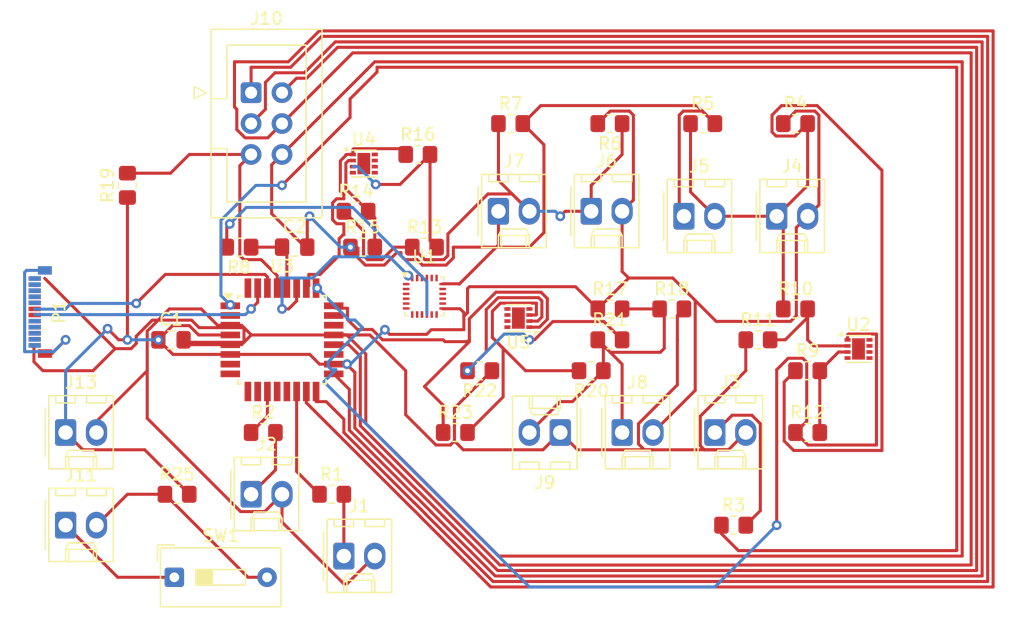
<source format=kicad_pcb>
(kicad_pcb (version 20241229) (generator "pcbnew") (generator_version "9.0")
  (layers (0 "F.Cu" signal) (2 "B.Cu" signal) (13 "F.Paste" user) (15 "B.Paste" user) (5 "F.SilkS" user "F.Silkscreen") (7 "B.SilkS" user "B.Silkscreen") (1 "F.Mask" user) (3 "B.Mask" user) (25 "Edge.Cuts" user))
  (net 0 "")
  (net 1 "+5V")
  (net 2 "GND")
  (net 3 "IMU_OUT")
  (net 4 "Net-(J1-Pin_1)")
  (net 5 "Net-(J2-Pin_1)")
  (net 6 "Net-(J3-Pin_1)")
  (net 7 "V1+")
  (net 8 "V2+")
  (net 9 "V+")
  (net 10 "MISO")
  (net 11 "RST")
  (net 12 "SCK")
  (net 13 "MOSI")
  (net 14 "Net-(U3-PB2)")
  (net 15 "Net-(U3-PD7)")
  (net 16 "Net-(J11-Pin_2)")
  (net 17 "Net-(U1-REGOUT)")
  (net 18 "Net-(U2A-+)")
  (net 19 "Net-(U2A--)")
  (net 20 "Vdiff1")
  (net 21 "Net-(U4A-+)")
  (net 22 "Net-(U4A--)")
  (net 23 "Vdiff2")
  (net 24 "Net-(U5A-+)")
  (net 25 "Net-(U5A--)")
  (net 26 "Vdiff")
  (net 44 "MCU_DL")
  (net 47 "Net-(J11-Pin_1)")
  (net 49 "UART TXD")
  (net 60 "UART RXD")
  (net 61 "Net-(P1-VBUS-PadA4)")
  (net 62 "unconnected-(P1-SHIELD-PadS1)")
  (net 63 "Net-(U3-PD3)")
  (footprint "Resistor_SMD:R_0805_2012Metric_Pad1.20x1.40mm_HandSolder" (layer "F.Cu") (at 126 60.96)
    (property "Reference" "R21")
    (property "Value" "10k")
  )
  (footprint "Connector_Molex:Molex_KK-254_AE-6410-02A_1x02_P2.54mm_Vertical" (layer "F.Cu") (at 81.28 76.2)
    (property "Reference" "J11")
    (property "Value" "SG1")
  )
  (footprint "Connector_Molex:Molex_KK-254_AE-6410-02A_1x02_P2.54mm_Vertical" (layer "F.Cu") (at 127 68.58)
    (property "Reference" "J8")
    (property "Value" "SG1")
  )
  (footprint "Connector_Molex:Molex_KK-254_AE-6410-02A_1x02_P2.54mm_Vertical" (layer "F.Cu") (at 139.7 50.8)
    (property "Reference" "J4")
    (property "Value" "SG3")
  )
  (footprint "Connector_IDC:IDC-Header_2x03_P2.54mm_Vertical" (layer "F.Cu") (at 96.52 40.64)
    (property "Reference" "J10")
    (property "Value" "AVR-ISP-6")
  )
  (footprint "Package_DFN_QFN:DFN-8-1EP_2x2mm_P0.5mm_EP1.05x1.75mm" (layer "F.Cu") (at 105.78 46.47)
    (property "Reference" "U4")
    (property "Value" "LM358_DFN")
  )
  (footprint "Resistor_SMD:R_0805_2012Metric_Pad1.20x1.40mm_HandSolder" (layer "F.Cu") (at 90.44 73.66)
    (property "Reference" "R25")
    (property "Value" "1k")
  )
  (footprint "Resistor_SMD:R_0805_2012Metric_Pad1.20x1.40mm_HandSolder" (layer "F.Cu") (at 136.16 76.2)
    (property "Reference" "R3")
    (property "Value" "1k")
  )
  (footprint "Resistor_SMD:R_0805_2012Metric_Pad1.20x1.40mm_HandSolder" (layer "F.Cu") (at 142.24 68.58)
    (property "Reference" "R12")
    (property "Value" "3.3M")
  )
  (footprint "Capacitor_SMD:C_0805_2012Metric_Pad1.18x1.45mm_HandSolder" (layer "F.Cu") (at 100.0975 53.34)
    (property "Reference" "C2")
    (property "Value" "10u")
  )
  (footprint "Resistor_SMD:R_0805_2012Metric_Pad1.20x1.40mm_HandSolder" (layer "F.Cu") (at 117.84 43.18)
    (property "Reference" "R7")
    (property "Value" "330")
  )
  (footprint "Resistor_SMD:R_0805_2012Metric_Pad1.20x1.40mm_HandSolder" (layer "F.Cu") (at 138.16 60.96)
    (property "Reference" "R11")
    (property "Value" "3.3M")
  )
  (footprint "Sensor_Motion:InvenSense_QFN-24_3x3mm_P0.4mm" (layer "F.Cu") (at 110.76 57.38)
    (property "Reference" "U1")
    (property "Value" "ICM-20948")
  )
  (footprint "Connector_Molex:Molex_KK-254_AE-6410-02A_1x02_P2.54mm_Vertical" (layer "F.Cu") (at 96.52 73.66)
    (property "Reference" "J2")
    (property "Value" "LED")
  )
  (footprint "Resistor_SMD:R_0805_2012Metric_Pad1.20x1.40mm_HandSolder" (layer "F.Cu") (at 115.3 63.5 180)
    (property "Reference" "R22")
    (property "Value" "3.3M")
  )
  (footprint "Connector_Molex:Molex_KK-254_AE-6410-02A_1x02_P2.54mm_Vertical" (layer "F.Cu") (at 116.84 50.39)
    (property "Reference" "J7")
    (property "Value" "SG6")
  )
  (footprint "Connector_Molex:Molex_KK-254_AE-6410-02A_1x02_P2.54mm_Vertical" (layer "F.Cu") (at 81.28 68.58)
    (property "Reference" "J13")
    (property "Value" "LED")
  )
  (footprint "Resistor_SMD:R_0805_2012Metric_Pad1.20x1.40mm_HandSolder" (layer "F.Cu") (at 113.3 68.58)
    (property "Reference" "R23")
    (property "Value" "3.3M")
  )
  (footprint "Resistor_SMD:R_0805_2012Metric_Pad1.20x1.40mm_HandSolder" (layer "F.Cu") (at 141.24 58.42)
    (property "Reference" "R10")
    (property "Value" "10k")
  )
  (footprint "Connector_USB:USB_C_Plug_Molex_105444" (layer "F.Cu") (at 78.7 58.67 90)
    (property "Reference" "P1")
    (property "Value" "USB_C_Plug_USB2.0")
  )
  (footprint "Connector_Molex:Molex_KK-254_AE-6410-02A_1x02_P2.54mm_Vertical" (layer "F.Cu") (at 121.92 68.58 180)
    (property "Reference" "J9")
    (property "Value" "SG2")
  )
  (footprint "Capacitor_SMD:C_0805_2012Metric_Pad1.18x1.45mm_HandSolder" (layer "F.Cu") (at 89.9375 60.96)
    (property "Reference" "C1")
    (property "Value" "1uF")
  )
  (footprint "Resistor_SMD:R_0805_2012Metric_Pad1.20x1.40mm_HandSolder" (layer "F.Cu") (at 131.08 58.42)
    (property "Reference" "R18")
    (property "Value" "330")
  )
  (footprint "Button_Switch_THT:SW_DIP_SPSTx01_Slide_9.78x4.72mm_W7.62mm_P2.54mm" (layer "F.Cu") (at 90.2125 80.485)
    (property "Reference" "SW1")
    (property "Value" "SW_SPST")
  )
  (footprint "Package_DFN_QFN:DFN-8-1EP_2x2mm_P0.5mm_EP1.05x1.75mm" (layer "F.Cu") (at 118.48 59.17 180)
    (property "Reference" "U5")
    (property "Value" "LM358_DFN")
  )
  (footprint "Resistor_SMD:R_0805_2012Metric_Pad1.20x1.40mm_HandSolder" (layer "F.Cu") (at 105.14 50.39)
    (property "Reference" "R14")
    (property "Value" "10k")
  )
  (footprint "Connector_Molex:Molex_KK-254_AE-6410-02A_1x02_P2.54mm_Vertical" (layer "F.Cu") (at 124.46 50.39)
    (property "Reference" "J6")
    (property "Value" "SG5")
  )
  (footprint "Connector_Molex:Molex_KK-254_AE-6410-02A_1x02_P2.54mm_Vertical" (layer "F.Cu") (at 132.08 50.8)
    (property "Reference" "J5")
    (property "Value" "SG4")
  )
  (footprint "Resistor_SMD:R_0805_2012Metric_Pad1.20x1.40mm_HandSolder" (layer "F.Cu") (at 110.22 45.72)
    (property "Reference" "R16")
    (property "Value" "3.3M")
  )
  (footprint "Package_DFN_QFN:DFN-8-1EP_2x2mm_P0.5mm_EP1.05x1.75mm" (layer "F.Cu") (at 146.42 61.71)
    (property "Reference" "U2")
    (property "Value" "LM358_DFN")
  )
  (footprint "Resistor_SMD:R_0805_2012Metric_Pad1.20x1.40mm_HandSolder" (layer "F.Cu") (at 126 58.42)
    (property "Reference" "R17")
    (property "Value" "330")
  )
  (footprint "Resistor_SMD:R_0805_2012Metric_Pad1.20x1.40mm_HandSolder" (layer "F.Cu") (at 126 43.18 180)
    (property "Reference" "R6")
    (property "Value" "330")
  )
  (footprint "Resistor_SMD:R_0805_2012Metric_Pad1.20x1.40mm_HandSolder" (layer "F.Cu") (at 142.24 63.5)
    (property "Reference" "R9")
    (property "Value" "10k")
  )
  (footprint "Resistor_SMD:R_0805_2012Metric_Pad1.20x1.40mm_HandSolder" (layer "F.Cu") (at 103.14 73.66)
    (property "Reference" "R1")
    (property "Value" "1k")
  )
  (footprint "Resistor_SMD:R_0805_2012Metric_Pad1.20x1.40mm_HandSolder" (layer "F.Cu") (at 141.24 43.18)
    (property "Reference" "R4")
    (property "Value" "330")
  )
  (footprint "Resistor_SMD:R_0805_2012Metric_Pad1.20x1.40mm_HandSolder" (layer "F.Cu") (at 97.52 68.58)
    (property "Reference" "R2")
    (property "Value" "1k")
  )
  (footprint "Connector_Molex:Molex_KK-254_AE-6410-02A_1x02_P2.54mm_Vertical" (layer "F.Cu") (at 104.14 78.74)
    (property "Reference" "J1")
    (property "Value" "LED")
  )
  (footprint "Connector_Molex:Molex_KK-254_AE-6410-02A_1x02_P2.54mm_Vertical" (layer "F.Cu") (at 134.62 68.58)
    (property "Reference" "J3")
    (property "Value" "LED")
  )
  (footprint "Resistor_SMD:R_0805_2012Metric_Pad1.20x1.40mm_HandSolder" (layer "F.Cu") (at 133.62 43.18)
    (property "Reference" "R5")
    (property "Value" "330")
  )
  (footprint "Package_QFP:TQFP-32_7x7mm_P0.8mm" (layer "F.Cu") (at 99.06 60.96)
    (property "Reference" "U3")
    (property "Value" "ATmega328P-A")
  )
  (footprint "Resistor_SMD:R_0805_2012Metric_Pad1.20x1.40mm_HandSolder" (layer "F.Cu") (at 86.36 48.26 90)
    (property "Reference" "R19")
    (property "Value" "10k")
  )
  (footprint "Resistor_SMD:R_0805_2012Metric_Pad1.20x1.40mm_HandSolder" (layer "F.Cu") (at 105.68 53.34)
    (property "Reference" "R15")
    (property "Value" "3.3M")
  )
  (footprint "Resistor_SMD:R_0805_2012Metric_Pad1.20x1.40mm_HandSolder" (layer "F.Cu") (at 124.46 63.5 180)
    (property "Reference" "R20")
    (property "Value" "10k")
  )
  (footprint "Resistor_SMD:R_0805_2012Metric_Pad1.20x1.40mm_HandSolder" (layer "F.Cu") (at 110.76 53.34)
    (property "Reference" "R13")
    (property "Value" "10k")
  )
  (footprint "Resistor_SMD:R_0805_2012Metric_Pad1.20x1.40mm_HandSolder" (layer "F.Cu") (at 95.52 53.34 180)
    (property "Reference" "R8")
    (property "Value" "3k")
  )
  (segment (start 110.93913 60.509) (end 107.892116 60.509) (width 0.25) (layer "F.Cu") (net 1))
  (segment (start 82.701 70.001) (end 87.781 70.001) (width 0.25) (layer "F.Cu") (net 1))
  (segment (start 88.9 60.96) (end 90.1 62.16) (width 0.25) (layer "F.Cu") (net 1))
  (segment (start 113.999 59.03557) (end 113.999 58.721) (width 0.25) (layer "F.Cu") (net 1))
  (segment (start 86.36 49.26) (end 86.36 60.96) (width 0.25) (layer "F.Cu") (net 1))
  (segment (start 127.54 55.88) (end 125 58.42) (width 0.25) (layer "F.Cu") (net 1))
  (segment (start 101.082704 39.453) (end 100.247 39.453) (width 0.25) (layer "F.Cu") (net 1))
  (segment (start 141.314 51.726) (end 141.314 58.967514) (width 0.25) (layer "F.Cu") (net 1))
  (segment (start 111.319688 60.128442) (end 110.93913 60.509) (width 0.25) (layer "F.Cu") (net 1))
  (segment (start 127 55.34) (end 127.54 55.88) (width 0.25) (layer "F.Cu") (net 1))
  (segment (start 142.835514 42.154) (end 141.266 42.154) (width 0.25) (layer "F.Cu") (net 1))
  (segment (start 81.28 68.58) (end 82.701 70.001) (width 0.25) (layer "F.Cu") (net 1))
  (segment (start 110.26243 73.426) (end 110.275829 73.426) (width 0.25) (layer "F.Cu") (net 1))
  (segment (start 141.266 42.154) (end 140.24 43.18) (width 0.25) (layer "F.Cu") (net 1))
  (segment (start 105.042 63.642) (end 105.042 68.20557) (width 0.25) (layer "F.Cu") (net 1))
  (segment (start 133.006 57.724486) (end 131.161514 55.88) (width 0.25) (layer "F.Cu") (net 1))
  (segment (start 133.006 65.114) (end 133.006 57.724486) (width 0.25) (layer "F.Cu") (net 1))
  (segment (start 86.36 60.96) (end 85.647306 60.96) (width 0.25) (layer "F.Cu") (net 1))
  (segment (start 101.34 62.16) (end 94.81 62.16) (width 0.25) (layer "F.Cu") (net 1))
  (segment (start 114.45713 56.591) (end 114.3 56.74813) (width 0.25) (layer "F.Cu") (net 1))
  (segment (start 127.926 49.464) (end 127.926 42.484486) (width 0.25) (layer "F.Cu") (net 1))
  (segment (start 142.24 50.8) (end 143.166 49.874) (width 0.25) (layer "F.Cu") (net 1))
  (segment (start 87.781 70.001) (end 91.44 73.66) (width 0.25) (layer "F.Cu") (net 1))
  (segment (start 113.999 60.128442) (end 111.319688 60.128442) (width 0.25) (layer "F.Cu") (net 1))
  (segment (start 114.3 56.74813) (end 114.3 58.73457) (width 0.25) (layer "F.Cu") (net 1))
  (segment (start 103.31 62.96) (end 104.36 62.96) (width 0.25) (layer "F.Cu") (net 1))
  (segment (start 110.275829 73.426) (end 116.776829 79.927) (width 0.25) (layer "F.Cu") (net 1))
  (segment (start 113.999 59.03557) (end 113.999 60.128442) (width 0.25) (layer "F.Cu") (net 1))
  (segment (start 127 50.39) (end 127 55.34) (width 0.25) (layer "F.Cu") (net 1))
  (segment (start 131.161514 55.88) (end 127.54 55.88) (width 0.25) (layer "F.Cu") (net 1))
  (segment (start 107.892116 60.509) (end 107.511558 60.128442) (width 0.25) (layer "F.Cu") (net 1))
  (segment (start 156.127 36.913) (end 103.622704 36.913) (width 0.25) (layer "F.Cu") (net 1))
  (segment (start 127.595514 42.154) (end 126.026 42.154) (width 0.25) (layer "F.Cu") (net 1))
  (segment (start 127 50.39) (end 127.926 49.464) (width 0.25) (layer "F.Cu") (net 1))
  (segment (start 94.81 60.56) (end 92.209014 60.56) (width 0.25) (layer "F.Cu") (net 1))
  (segment (start 90.1 62.16) (end 94.81 62.16) (width 0.25) (layer "F.Cu") (net 1))
  (segment (start 134.727514 59.446) (end 133.006 57.724486) (width 0.25) (layer "F.Cu") (net 1))
  (segment (start 141.314 58.967514) (end 140.835514 59.446) (width 0.25) (layer "F.Cu") (net 1))
  (segment (start 85.647306 60.96) (end 84.733653 60.046347) (width 0.25) (layer "F.Cu") (net 1))
  (segment (start 102.14 62.96) (end 101.34 62.16) (width 0.25) (layer "F.Cu") (net 1))
  (segment (start 142.24 50.8) (end 141.314 51.726) (width 0.25) (layer "F.Cu") (net 1))
  (segment (start 100.247 39.453) (end 99.06 40.64) (width 0.25) (layer "F.Cu") (net 1))
  (segment (start 103.31 62.96) (end 102.14 62.96) (width 0.25) (layer "F.Cu") (net 1))
  (segment (start 123.171 56.591) (end 114.45713 56.591) (width 0.25) (layer "F.Cu") (net 1))
  (segment (start 113.684 58.406) (end 112.26 58.406) (width 0.25) (layer "F.Cu") (net 1))
  (segment (start 91.44 59.790986) (end 90.069014 59.790986) (width 0.25) (layer "F.Cu") (net 1))
  (segment (start 114.3 58.73457) (end 113.999 59.03557) (width 0.25) (layer "F.Cu") (net 1))
  (segment (start 127.926 42.484486) (end 127.595514 42.154) (width 0.25) (layer "F.Cu") (net 1))
  (segment (start 92.209014 60.56) (end 91.44 59.790986) (width 0.25) (layer "F.Cu") (net 1))
  (segment (start 103.622704 36.913) (end 101.082704 39.453) (width 0.25) (layer "F.Cu") (net 1))
  (segment (start 126.026 42.154) (end 125 43.18) (width 0.25) (layer "F.Cu") (net 1))
  (segment (start 156.127 79.927) (end 156.127 36.913) (width 0.25) (layer "F.Cu") (net 1))
  (segment (start 129.54 68.58) (end 133.006 65.114) (width 0.25) (layer "F.Cu") (net 1))
  (segment (start 116.776829 79.927) (end 156.127 79.927) (width 0.25) (layer "F.Cu") (net 1))
  (segment (start 113.999 58.721) (end 113.684 58.406) (width 0.25) (layer "F.Cu") (net 1))
  (segment (start 105.042 68.20557) (end 110.26243 73.426) (width 0.25) (layer "F.Cu") (net 1))
  (segment (start 143.166 49.874) (end 143.166 42.484486) (width 0.25) (layer "F.Cu") (net 1))
  (segment (start 143.166 42.484486) (end 142.835514 42.154) (width 0.25) (layer "F.Cu") (net 1))
  (segment (start 125 58.42) (end 123.171 56.591) (width 0.25) (layer "F.Cu") (net 1))
  (segment (start 90.069014 59.790986) (end 88.9 60.96) (width 0.25) (layer "F.Cu") (net 1))
  (segment (start 140.835514 59.446) (end 134.727514 59.446) (width 0.25) (layer "F.Cu") (net 1))
  (segment (start 104.36 62.96) (end 105.042 63.642) (width 0.25) (layer "F.Cu") (net 1))
  (via (at 88.9 60.96) (size 0.8) (drill 0.4) (layers "F.Cu" "B.Cu") (net 1))
  (via (at 84.733653 60.046347) (size 0.8) (drill 0.4) (layers "F.Cu" "B.Cu") (net 1))
  (via (at 86.36 60.96) (size 0.8) (drill 0.4) (layers "F.Cu" "B.Cu") (net 1))
  (via (at 104.400474 62.959999) (size 0.8) (drill 0.4) (layers "F.Cu" "B.Cu") (net 1))
  (via (at 107.511558 60.128442) (size 0.8) (drill 0.4) (layers "F.Cu" "B.Cu") (net 1))
  (segment (start 84.733653 60.046347) (end 81.28 63.5) (width 0.25) (layer "B.Cu") (net 1))
  (segment (start 86.36 60.96) (end 88.9 60.96) (width 0.25) (layer "B.Cu") (net 1))
  (segment (start 107.511558 60.128442) (end 104.680001 62.959999) (width 0.25) (layer "B.Cu") (net 1))
  (segment (start 104.680001 62.959999) (end 104.400474 62.959999) (width 0.25) (layer "B.Cu") (net 1))
  (segment (start 81.28 63.5) (end 81.28 68.58) (width 0.25) (layer "B.Cu") (net 1))
  (segment (start 98.21 46.57) (end 99.06 45.72) (width 0.25) (layer "F.Cu") (net 2))
  (segment (start 113.61922 56.38) (end 113.59322 56.354) (width 0.25) (layer "F.Cu") (net 2))
  (segment (start 85.348 61.686) (end 83.534 63.5) (width 0.25) (layer "F.Cu") (net 2))
  (segment (start 104.72681 60.909) (end 104.37781 60.56) (width 0.25) (layer "F.Cu") (net 2))
  (segment (start 104.72681 60.909) (end 105.944 62.12619) (width 0.25) (layer "F.Cu") (net 2))
  (segment (start 108.834 53.791) (end 108.488324 53.791) (width 0.25) (layer "F.Cu") (net 2))
  (segment (start 105.897676 54.817) (end 105.303 54.222324) (width 0.25) (layer "F.Cu") (net 2))
  (segment (start 99.06 73.66) (end 97.639 75.081) (width 0.25) (layer "F.Cu") (net 2))
  (segment (start 137.16 63.5) (end 133.424 67.236) (width 0.25) (layer "F.Cu") (net 2))
  (segment (start 87.086 60.65928) (end 87.086 61.26072) (width 0.25) (layer "F.Cu") (net 2))
  (segment (start 133.594 42.154) (end 132.024486 42.154) (width 0.25) (layer "F.Cu") (net 2))
  (segment (start 134.62 43.18) (end 133.594 42.154) (width 0.25) (layer "F.Cu") (net 2))
  (segment (start 128.344 67.859601) (end 128.344 69.522514) (width 0.25) (layer "F.Cu") (net 2))
  (segment (start 134.62 43.18) (end 133.143 41.703) (width 0.25) (layer "F.Cu") (net 2))
  (segment (start 100.96219 53.34) (end 98.21 50.58781) (width 0.25) (layer "F.Cu") (net 2))
  (segment (start 83.82 67.6665) (end 83.82 68.58) (width 0.25) (layer "F.Cu") (net 2))
  (segment (start 95.936 59.959) (end 92.245824 59.959) (width 0.25) (layer "F.Cu") (net 2))
  (segment (start 94.81 61.36) (end 95.737 61.36) (width 0.25) (layer "F.Cu") (net 2))
  (segment (start 90.975 60.96) (end 91.176 61.161) (width 0.25) (layer "F.Cu") (net 2))
  (segment (start 99.06 75.946514) (end 104.14 81.026514) (width 0.25) (layer "F.Cu") (net 2))
  (segment (start 95.737 59.76) (end 96.537 60.56) (width 0.25) (layer "F.Cu") (net 2))
  (segment (start 113.226 69.275514) (end 113.951486 70.001) (width 0.25) (layer "F.Cu") (net 2))
  (segment (start 112.895514 69.606) (end 111.704486 69.606) (width 0.25) (layer "F.Cu") (net 2))
  (segment (start 104.68 54.04) (end 104.68 53.34) (width 0.25) (layer "F.Cu") (net 2))
  (segment (start 104.37781 60.56) (end 104.14 60.56) (width 0.25) (layer "F.Cu") (net 2))
  (segment (start 133.754486 70.001) (end 135.739 70.001) (width 0.25) (layer "F.Cu") (net 2))
  (segment (start 78.679 62.766) (end 78.679 61.436) (width 0.25) (layer "F.Cu") (net 2))
  (segment (start 109.22 67.121514) (end 109.22 63.5) (width 0.25) (layer "F.Cu") (net 2))
  (segment (start 92.42 58.42) (end 93.76 59.76) (width 0.25) (layer "F.Cu") (net 2))
  (segment (start 106.68 38.1) (end 99.06 45.72) (width 0.25) (layer "F.Cu") (net 2))
  (segment (start 87.086 61.26072) (end 86.66072 61.686) (width 0.25) (layer "F.Cu") (net 2))
  (segment (start 131.54 60.96) (end 131.54 64.663601) (width 0.25) (layer "F.Cu") (net 2))
  (segment (start 101.135 53.34) (end 101.135 50.9885) (width 0.25) (layer "F.Cu") (net 2))
  (segment (start 120.576 52.144) (end 119.38 53.34) (width 0.25) (layer "F.Cu") (net 2))
  (segment (start 116.65922 53.34) (end 113.61922 56.38) (width 0.25) (layer "F.Cu") (net 2))
  (segment (start 133.424 69.670514) (end 133.754486 70.001) (width 0.25) (layer "F.Cu") (net 2))
  (segment (start 113.137 54.222324) (end 112.542324 54.817) (width 0.25) (layer "F.Cu") (net 2))
  (segment (start 83.534 63.5) (end 79.413 63.5) (width 0.25) (layer "F.Cu") (net 2))
  (segment (start 95.654486 75.081) (end 87.9865 67.413014) (width 0.25) (layer "F.Cu") (net 2))
  (segment (start 101.135 53.34) (end 100.96219 53.34) (width 0.25) (layer "F.Cu") (net 2))
  (segment (start 131.54 64.663601) (end 128.344 67.859601) (width 0.25) (layer "F.Cu") (net 2))
  (segment (start 113.226 66.574) (end 113.226 69.275514) (width 0.25) (layer "F.Cu") (net 2))
  (segment (start 91.176 61.161) (end 95.936 61.161) (width 0.25) (layer "F.Cu") (net 2))
  (segment (start 131.54 58.96) (end 132.08 58.42) (width 0.25) (layer "F.Cu") (net 2))
  (segment (start 103.31 60.56) (end 104.14 60.56) (width 0.25) (layer "F.Cu") (net 2))
  (segment (start 91.62681 59.339986) (end 88.405294 59.339986) (width 0.25) (layer "F.Cu") (net 2))
  (segment (start 120.576 44.916) (end 120.576 52.144) (width 0.25) (layer "F.Cu") (net 2))
  (segment (start 99.06 73.66) (end 99.06 75.946514) (width 0.25) (layer "F.Cu") (net 2))
  (segment (start 87.9865 60.239486) (end 89.805986 58.42) (width 0.25) (layer "F.Cu") (net 2))
  (segment (start 121.92 68.58) (end 123.341 70.001) (width 0.25) (layer "F.Cu") (net 2))
  (segment (start 79.413 63.5) (end 78.679 62.766) (width 0.25) (layer "F.Cu") (net 2))
  (segment (start 110.14819 54.366) (end 109.164486 54.366) (width 0.25) (layer "F.Cu") (net 2))
  (segment (start 111.704486 69.606) (end 109.22 67.121514) (width 0.25) (layer "F.Cu") (net 2))
  (segment (start 137.16 60.96) (end 137.16 63.5) (width 0.25) (layer "F.Cu") (net 2))
  (segment (start 119.38 53.34) (end 116.65922 53.34) (width 0.25) (layer "F.Cu") (net 2))
  (segment (start 92.245824 59.959) (end 91.62681 59.339986) (width 0.25) (layer "F.Cu") (net 2))
  (segment (start 107.956025 69.843975) (end 107.969424 69.843975) (width 0.25) (layer "F.Cu") (net 2))
  (segment (start 104.393486 81.026514) (end 106.68 78.74) (width 0.25) (layer "F.Cu") (net 2))
  (segment (start 108.488324 53.791) (end 107.462324 54.817) (width 0.25) (layer "F.Cu") (net 2))
  (segment (start 87.9865 67.413014) (end 87.9865 63.5) (width 0.25) (layer "F.Cu") (net 2))
  (segment (start 105.944 67.83195) (end 107.956025 69.843975) (width 0.25) (layer "F.Cu") (net 2))
  (segment (start 105.303 53.417) (end 104.68 54.04) (width 0.25) (layer "F.Cu") (net 2))
  (segment (start 88.405294 59.339986) (end 87.086 60.65928) (width 0.25) (layer "F.Cu") (net 2))
  (segment (start 90.975 60.96) (end 91.375 61.36) (width 0.25) (layer "F.Cu") (net 2))
  (segment (start 89.805986 58.42) (end 92.42 58.42) (width 0.25) (layer "F.Cu") (net 2))
  (segment (start 113.042725 74.917276) (end 114.312725 76.187276) (width 0.25) (layer "F.Cu") (net 2))
  (segment (start 85.348 61.686) (end 79.566 55.904) (width 0.25) (layer "F.Cu") (net 2))
  (segment (start 113.59322 56.354) (end 112.26 56.354) (width 0.25) (layer "F.Cu") (net 2))
  (segment (start 107.462324 54.817) (end 105.897676 54.817) (width 0.25) (layer "F.Cu") (net 2))
  (segment (start 110.59919 54.817) (end 110.14819 54.366) (width 0.25) (layer "F.Cu") (net 2))
  (segment (start 116.65922 53.34) (end 113.137 53.34) (width 0.25) (layer "F.Cu") (net 2))
  (segment (start 116.84 50.39) (end 116.84 53.15922) (width 0.25) (layer "F.Cu") (net 2))
  (segment (start 109.164486 54.366) (end 108.834 54.035514) (width 0.25) (layer "F.Cu") (net 2))
  (segment (start 107.956025 69.843975) (end 110.63605 72.524) (width 0.25) (layer "F.Cu") (net 2))
  (segment (start 97.639 75.081) (end 95.654486 75.081) (width 0.25) (layer "F.Cu") (net 2))
  (segment (start 154.94 78.74) (end 154.94 38.1) (width 0.25) (layer "F.Cu") (net 2))
  (segment (start 131.694 50.414) (end 132.08 50.8) (width 0.25) (layer "F.Cu") (net 2))
  (segment (start 112.542324 54.817) (end 110.59919 54.817) (width 0.25) (layer "F.Cu") (net 2))
  (segment (start 131.694 42.484486) (end 131.694 50.414) (width 0.25) (layer "F.Cu") (net 2))
  (segment (start 95.936 61.161) (end 95.936 59.959) (width 0.25) (layer "F.Cu") (net 2))
  (segment (start 133.424 67.236) (end 133.424 69.670514) (width 0.25) (layer "F.Cu") (net 2))
  (segment (start 98.21 50.58781) (end 98.21 46.57) (width 0.25) (layer "F.Cu") (net 2))
  (segment (start 116.865449 78.74) (end 154.94 78.74) (width 0.25) (layer "F.Cu") (net 2))
  (segment (start 96.537 60.56) (end 103.31 60.56) (width 0.25) (layer "F.Cu") (net 2))
  (segment (start 101.135 50.9885) (end 101.3235 50.8) (width 0.25) (layer "F.Cu") (net 2))
  (segment (start 120.499 70.001) (end 121.92 68.58) (width 0.25) (layer "F.Cu") (net 2))
  (segment (start 131.54 60.96) (end 131.54 58.96) (width 0.25) (layer "F.Cu") (net 2))
  (segment (start 104.14 60.56) (end 106.28 60.56) (width 0.25) (layer "F.Cu") (net 2))
  (segment (start 120.317 41.703) (end 118.84 43.18) (width 0.25) (layer "F.Cu") (net 2))
  (segment (start 105.944 62.12619) (end 105.944 67.83195) (width 0.25) (layer "F.Cu") (net 2))
  (segment (start 106.28 60.56) (end 109.22 63.5) (width 0.25) (layer "F.Cu") (net 2))
  (segment (start 105.303 54.222324) (end 105.303 53.417) (width 0.25) (layer "F.Cu") (net 2))
  (segment (start 128.822486 70.001) (end 129.54 70.001) (width 0.25) (layer "F.Cu") (net 2))
  (segment (start 86.66072 61.686) (end 85.348 61.686) (width 0.25) (layer "F.Cu") (net 2))
  (segment (start 110.63605 72.524) (end 110.649449 72.524) (width 0.25) (layer "F.Cu") (net 2))
  (segment (start 104.14 81.026514) (end 104.393486 81.026514) (width 0.25) (layer "F.Cu") (net 2))
  (segment (start 128.344 69.522514) (end 128.822486 70.001) (width 0.25) (layer "F.Cu") (net 2))
  (segment (start 110.649449 72.524) (end 116.865449 78.74) (width 0.25) (layer "F.Cu") (net 2))
  (segment (start 91.375 61.36) (end 94.81 61.36) (width 0.25) (layer "F.Cu") (net 2))
  (segment (start 93.76 59.76) (end 94.81 59.76) (width 0.25) (layer "F.Cu") (net 2))
  (segment (start 116.84 53.15922) (end 116.65922 53.34) (width 0.25) (layer "F.Cu") (net 2))
  (segment (start 116.3 63.5) (end 113.226 66.574) (width 0.25) (layer "F.Cu") (net 2))
  (segment (start 135.739 70.001) (end 137.16 68.58) (width 0.25) (layer "F.Cu") (net 2))
  (segment (start 95.737 61.36) (end 96.537 60.56) (width 0.25) (layer "F.Cu") (net 2))
  (segment (start 108.834 54.035514) (end 108.834 53.791) (width 0.25) (layer "F.Cu") (net 2))
  (segment (start 154.94 38.1) (end 106.68 38.1) (width 0.25) (layer "F.Cu") (net 2))
  (segment (start 107.969424 69.843975) (end 113.042725 74.917276) (width 0.25) (layer "F.Cu") (net 2))
  (segment (start 94.81 59.76) (end 95.737 59.76) (width 0.25) (layer "F.Cu") (net 2))
  (segment (start 87.9865 63.5) (end 87.9865 60.239486) (width 0.25) (layer "F.Cu") (net 2))
  (segment (start 118.84 43.18) (end 120.576 44.916) (width 0.25) (layer "F.Cu") (net 2))
  (segment (start 129.54 70.001) (end 135.739 70.001) (width 0.25) (layer "F.Cu") (net 2))
  (segment (start 113.226 69.275514) (end 112.895514 69.606) (width 0.25) (layer "F.Cu") (net 2))
  (segment (start 132.024486 42.154) (end 131.694 42.484486) (width 0.25) (layer "F.Cu") (net 2))
  (segment (start 123.341 70.001) (end 129.54 70.001) (width 0.25) (layer "F.Cu") (net 2))
  (segment (start 113.137 53.34) (end 113.137 54.222324) (width 0.25) (layer "F.Cu") (net 2))
  (segment (start 87.9865 63.5) (end 83.82 67.6665) (width 0.25) (layer "F.Cu") (net 2))
  (segment (start 113.951486 70.001) (end 114.3 70.001) (width 0.25) (layer "F.Cu") (net 2))
  (segment (start 114.3 70.001) (end 120.499 70.001) (width 0.25) (layer "F.Cu") (net 2))
  (segment (start 103.31 60.56) (end 104.37781 60.56) (width 0.25) (layer "F.Cu") (net 2))
  (segment (start 133.143 41.703) (end 120.317 41.703) (width 0.25) (layer "F.Cu") (net 2))
  (via (at 101.3235 50.8) (size 0.8) (drill 0.4) (layers "F.Cu" "B.Cu") (net 2))
  (via (at 104.68 53.34) (size 0.8) (drill 0.4) (layers "F.Cu" "B.Cu") (net 2))
  (segment (start 101.3235 50.8) (end 103.8635 53.34) (width 0.25) (layer "B.Cu") (net 2))
  (segment (start 103.8635 53.34) (end 104.68 53.34) (width 0.25) (layer "B.Cu") (net 2))
  (segment (start 99.06 53.34) (end 96.52 53.34) (width 0.25) (layer "F.Cu") (net 3))
  (segment (start 99.06 53.34) (end 99.46 53.74) (width 0.25) (layer "F.Cu") (net 3))
  (segment (start 99.46 53.74) (end 99.46 56.71) (width 0.25) (layer "F.Cu") (net 3))
  (segment (start 104.14 73.66) (end 104.14 78.74) (width 0.25) (layer "F.Cu") (net 4))
  (segment (start 98.52 71.66) (end 96.52 73.66) (width 0.25) (layer "F.Cu") (net 5))
  (segment (start 98.52 68.58) (end 98.52 71.66) (width 0.25) (layer "F.Cu") (net 5))
  (segment (start 137.16 76.2) (end 138.356 75.004) (width 0.25) (layer "F.Cu") (net 6))
  (segment (start 137.655399 67.159) (end 136.041 67.159) (width 0.25) (layer "F.Cu") (net 6))
  (segment (start 138.356 67.859601) (end 137.655399 67.159) (width 0.25) (layer "F.Cu") (net 6))
  (segment (start 136.041 67.159) (end 134.62 68.58) (width 0.25) (layer "F.Cu") (net 6))
  (segment (start 138.356 75.004) (end 138.356 67.859601) (width 0.25) (layer "F.Cu") (net 6))
  (segment (start 140.24 51.34) (end 139.7 50.8) (width 0.25) (layer "F.Cu") (net 7))
  (segment (start 139.314 43.875514) (end 139.644486 44.206) (width 0.25) (layer "F.Cu") (net 7))
  (segment (start 140.095486 41.703) (end 139.314 42.484486) (width 0.25) (layer "F.Cu") (net 7))
  (segment (start 148.347 70.057) (end 148.347 47.027676) (width 0.25) (layer "F.Cu") (net 7))
  (segment (start 142.24 43.18) (end 142.24 48.26) (width 0.25) (layer "F.Cu") (net 7))
  (segment (start 134.62 50.8) (end 139.7 50.8) (width 0.25) (layer "F.Cu") (net 7))
  (segment (start 139.314 42.484486) (end 139.314 43.875514) (width 0.25) (layer "F.Cu") (net 7))
  (segment (start 148.347 47.027676) (end 143.022324 41.703) (width 0.25) (layer "F.Cu") (net 7))
  (segment (start 142.24 48.26) (end 139.7 50.8) (width 0.25) (layer "F.Cu") (net 7))
  (segment (start 139.644486 44.206) (end 141.214 44.206) (width 0.25) (layer "F.Cu") (net 7))
  (segment (start 140.314 64.426) (end 140.314 69.275514) (width 0.25) (layer "F.Cu") (net 7))
  (segment (start 143.022324 41.703) (end 140.095486 41.703) (width 0.25) (layer "F.Cu") (net 7))
  (segment (start 141.095486 70.057) (end 148.347 70.057) (width 0.25) (layer "F.Cu") (net 7))
  (segment (start 140.314 69.275514) (end 141.095486 70.057) (width 0.25) (layer "F.Cu") (net 7))
  (segment (start 132.62 43.18) (end 132.62 48.8) (width 0.25) (layer "F.Cu") (net 7))
  (segment (start 140.24 58.42) (end 140.24 51.34) (width 0.25) (layer "F.Cu") (net 7))
  (segment (start 141.214 44.206) (end 142.24 43.18) (width 0.25) (layer "F.Cu") (net 7))
  (segment (start 132.62 48.8) (end 134.62 50.8) (width 0.25) (layer "F.Cu") (net 7))
  (segment (start 141.24 63.5) (end 140.314 64.426) (width 0.25) (layer "F.Cu") (net 7))
  (segment (start 109.76 53.34) (end 108.301514 53.34) (width 0.25) (layer "F.Cu") (net 8))
  (segment (start 122.33 50.39) (end 121.92 50.8) (width 0.25) (layer "F.Cu") (net 8))
  (segment (start 124.46 50.39) (end 122.33 50.39) (width 0.25) (layer "F.Cu") (net 8))
  (segment (start 124.46 48.26) (end 124.46 50.39) (width 0.25) (layer "F.Cu") (net 8))
  (segment (start 112.686 54.035514) (end 112.355514 54.366) (width 0.25) (layer "F.Cu") (net 8))
  (segment (start 116.84 47.85) (end 119.38 50.39) (width 0.25) (layer "F.Cu") (net 8))
  (segment (start 116.84 43.18) (end 116.84 47.85) (width 0.25) (layer "F.Cu") (net 8))
  (segment (start 115.974486 48.969) (end 112.686 52.257486) (width 0.25) (layer "F.Cu") (net 8))
  (segment (start 106.084486 54.366) (end 105.754 54.035514) (width 0.25) (layer "F.Cu") (net 8))
  (segment (start 108.301514 53.34) (end 107.275514 54.366) (width 0.25) (layer "F.Cu") (net 8))
  (segment (start 107.275514 54.366) (end 106.084486 54.366) (width 0.25) (layer "F.Cu") (net 8))
  (segment (start 110.786 54.366) (end 109.76 53.34) (width 0.25) (layer "F.Cu") (net 8))
  (segment (start 105.754 54.035514) (end 105.754 52.004) (width 0.25) (layer "F.Cu") (net 8))
  (segment (start 105.754 52.004) (end 104.14 50.39) (width 0.25) (layer "F.Cu") (net 8))
  (segment (start 117.959 48.969) (end 115.974486 48.969) (width 0.25) (layer "F.Cu") (net 8))
  (segment (start 112.686 52.257486) (end 112.686 54.035514) (width 0.25) (layer "F.Cu") (net 8))
  (segment (start 127 45.72) (end 124.46 48.26) (width 0.25) (layer "F.Cu") (net 8))
  (segment (start 112.355514 54.366) (end 110.786 54.366) (width 0.25) (layer "F.Cu") (net 8))
  (segment (start 119.38 50.39) (end 117.959 48.969) (width 0.25) (layer "F.Cu") (net 8))
  (segment (start 127 43.18) (end 127 45.72) (width 0.25) (layer "F.Cu") (net 8))
  (via (at 119.38 50.39) (size 0.8) (drill 0.4) (layers "F.Cu" "B.Cu") (net 8))
  (via (at 121.92 50.8) (size 0.8) (drill 0.4) (layers "F.Cu" "B.Cu") (net 8))
  (segment (start 121.51 50.39) (end 119.38 50.39) (width 0.25) (layer "B.Cu") (net 8))
  (segment (start 121.92 50.8) (end 121.51 50.39) (width 0.25) (layer "B.Cu") (net 8))
  (segment (start 125 60.96) (end 125 61.42) (width 0.25) (layer "F.Cu") (net 9))
  (segment (start 130.466 61.655514) (end 130.466 58.806) (width 0.25) (layer "F.Cu") (net 9))
  (segment (start 121.92 66.04) (end 119.38 68.58) (width 0.25) (layer "F.Cu") (net 9))
  (segment (start 127 68.58) (end 127 62.96) (width 0.25) (layer "F.Cu") (net 9))
  (segment (start 122.92 66.04) (end 125.46 63.5) (width 0.25) (layer "F.Cu") (net 9))
  (segment (start 121.92 66.04) (end 122.92 66.04) (width 0.25) (layer "F.Cu") (net 9))
  (segment (start 127 62.96) (end 126.026 61.986) (width 0.25) (layer "F.Cu") (net 9))
  (segment (start 130.466 58.806) (end 130.08 58.42) (width 0.25) (layer "F.Cu") (net 9))
  (segment (start 127 58.42) (end 130.08 58.42) (width 0.25) (layer "F.Cu") (net 9))
  (segment (start 125.46 61.42) (end 125 60.96) (width 0.25) (layer "F.Cu") (net 9))
  (segment (start 130.135514 61.986) (end 130.466 61.655514) (width 0.25) (layer "F.Cu") (net 9))
  (segment (start 126.026 61.986) (end 130.135514 61.986) (width 0.25) (layer "F.Cu") (net 9))
  (segment (start 125.46 63.5) (end 125.46 61.42) (width 0.25) (layer "F.Cu") (net 9))
  (segment (start 125 60.96) (end 126.026 61.986) (width 0.25) (layer "F.Cu") (net 9))
  (segment (start 109.902209 74.328) (end 110.867 75.292791) (width 0.25) (layer "F.Cu") (net 10))
  (segment (start 110.867 75.30619) (end 116.38981 80.829) (width 0.25) (layer "F.Cu") (net 10))
  (segment (start 101.86 66.04) (end 102.69 66.04) (width 0.25) (layer "F.Cu") (net 10))
  (segment (start 102.69 66.04) (end 104.14 67.49) (width 0.25) (layer "F.Cu") (net 10))
  (segment (start 157.029 80.829) (end 157.029 36.011) (width 0.25) (layer "F.Cu") (net 10))
  (segment (start 157.029 36.011) (end 102.305296 36.011) (width 0.25) (layer "F.Cu") (net 10))
  (segment (start 102.305296 36.011) (end 99.765296 38.551) (width 0.25) (layer "F.Cu") (net 10))
  (segment (start 96.52 38.551) (end 96.52 40.64) (width 0.25) (layer "F.Cu") (net 10))
  (segment (start 110.867 75.292791) (end 110.867 75.30619) (width 0.25) (layer "F.Cu") (net 10))
  (segment (start 104.14 68.57919) (end 109.88881 74.328) (width 0.25) (layer "F.Cu") (net 10))
  (segment (start 99.765296 38.551) (end 96.52 38.551) (width 0.25) (layer "F.Cu") (net 10))
  (segment (start 104.14 67.49) (end 104.14 68.57919) (width 0.25) (layer "F.Cu") (net 10))
  (segment (start 116.38981 80.829) (end 157.029 80.829) (width 0.25) (layer "F.Cu") (net 10))
  (segment (start 109.88881 74.328) (end 109.902209 74.328) (width 0.25) (layer "F.Cu") (net 10))
  (segment (start 91.44 45.72) (end 89.9 47.26) (width 0.25) (layer "F.Cu") (net 11))
  (segment (start 96.52 45.72) (end 95.594 46.646) (width 0.25) (layer "F.Cu") (net 11))
  (segment (start 98.66 55.681) (end 98.66 56.71) (width 0.25) (layer "F.Cu") (net 11))
  (segment (start 95.924486 54.366) (end 97.345 54.366) (width 0.25) (layer "F.Cu") (net 11))
  (segment (start 96.52 45.72) (end 91.44 45.72) (width 0.25) (layer "F.Cu") (net 11))
  (segment (start 95.594 46.646) (end 95.594 54.035514) (width 0.25) (layer "F.Cu") (net 11))
  (segment (start 89.9 47.26) (end 86.36 47.26) (width 0.25) (layer "F.Cu") (net 11))
  (segment (start 95.594 54.035514) (end 95.924486 54.366) (width 0.25) (layer "F.Cu") (net 11))
  (segment (start 97.345 54.366) (end 98.66 55.681) (width 0.25) (layer "F.Cu") (net 11))
  (segment (start 98.488486 39.002) (end 97.696 39.794486) (width 0.25) (layer "F.Cu") (net 12))
  (segment (start 111.318 75.11938) (end 111.318 75.105981) (width 0.25) (layer "F.Cu") (net 12))
  (segment (start 97.696 42.004) (end 96.52 43.18) (width 0.25) (layer "F.Cu") (net 12))
  (segment (start 104.591 65.041) (end 103.31 63.76) (width 0.25) (layer "F.Cu") (net 12))
  (segment (start 110.07562 73.877) (end 104.591 68.39238) (width 0.25) (layer "F.Cu") (net 12))
  (segment (start 103.435894 36.462) (end 100.895894 39.002) (width 0.25) (layer "F.Cu") (net 12))
  (segment (start 103.435894 36.462) (end 156.578 36.462) (width 0.25) (layer "F.Cu") (net 12))
  (segment (start 110.089019 73.877) (end 110.07562 73.877) (width 0.25) (layer "F.Cu") (net 12))
  (segment (start 116.57662 80.378) (end 111.318 75.11938) (width 0.25) (layer "F.Cu") (net 12))
  (segment (start 156.578 80.378) (end 116.57662 80.378) (width 0.25) (layer "F.Cu") (net 12))
  (segment (start 111.318 75.105981) (end 110.089019 73.877) (width 0.25) (layer "F.Cu") (net 12))
  (segment (start 100.895894 39.002) (end 98.488486 39.002) (width 0.25) (layer "F.Cu") (net 12))
  (segment (start 156.578 36.462) (end 156.578 80.378) (width 0.25) (layer "F.Cu") (net 12))
  (segment (start 104.591 68.39238) (end 104.591 65.041) (width 0.25) (layer "F.Cu") (net 12))
  (segment (start 97.696 39.794486) (end 97.696 42.004) (width 0.25) (layer "F.Cu") (net 12))
  (segment (start 101.06 65.21) (end 101.06 66.137) (width 0.25) (layer "F.Cu") (net 13))
  (segment (start 95.156 41.816) (end 95.344 42.004) (width 0.25) (layer "F.Cu") (net 13))
  (segment (start 109.702 74.779) (end 109.715399 74.779) (width 0.25) (layer "F.Cu") (net 13))
  (segment (start 109.715399 74.779) (end 110.416 75.479601) (width 0.25) (layer "F.Cu") (net 13))
  (segment (start 103.31 61.36) (end 104.54 61.36) (width 0.25) (layer "F.Cu") (net 13))
  (segment (start 110.416 75.479601) (end 110.416 75.493) (width 0.25) (layer "F.Cu") (net 13))
  (segment (start 99.578486 38.1) (end 95.156 38.1) (width 0.25) (layer "F.Cu") (net 13))
  (segment (start 97.884 44.356) (end 99.06 43.18) (width 0.25) (layer "F.Cu") (net 13))
  (segment (start 157.48 35.56) (end 102.118486 35.56) (width 0.25) (layer "F.Cu") (net 13))
  (segment (start 101.06 66.137) (end 109.702 74.779) (width 0.25) (layer "F.Cu") (net 13))
  (segment (start 116.203 81.28) (end 157.48 81.28) (width 0.25) (layer "F.Cu") (net 13))
  (segment (start 110.44924 72.975) (end 110.462639 72.975) (width 0.25) (layer "F.Cu") (net 13))
  (segment (start 95.344 43.667116) (end 96.032884 44.356) (width 0.25) (layer "F.Cu") (net 13))
  (segment (start 102.118486 35.56) (end 99.578486 38.1) (width 0.25) (layer "F.Cu") (net 13))
  (segment (start 110.462639 72.975) (end 116.963639 79.476) (width 0.25) (layer "F.Cu") (net 13))
  (segment (start 95.344 42.004) (end 95.344 43.667116) (width 0.25) (layer "F.Cu") (net 13))
  (segment (start 157.48 81.28) (end 157.48 35.56) (width 0.25) (layer "F.Cu") (net 13))
  (segment (start 96.032884 44.356) (end 97.884 44.356) (width 0.25) (layer "F.Cu") (net 13))
  (segment (start 155.676 79.476) (end 155.676 37.364) (width 0.25) (layer "F.Cu") (net 13))
  (segment (start 104.54 61.36) (end 105.493 62.313) (width 0.25) (layer "F.Cu") (net 13))
  (segment (start 104.876 37.364) (end 99.06 43.18) (width 0.25) (layer "F.Cu") (net 13))
  (segment (start 110.416 75.493) (end 116.203 81.28) (width 0.25) (layer "F.Cu") (net 13))
  (segment (start 116.963639 79.476) (end 155.676 79.476) (width 0.25) (layer "F.Cu") (net 13))
  (segment (start 95.156 38.1) (end 95.156 41.816) (width 0.25) (layer "F.Cu") (net 13))
  (segment (start 105.493 68.01876) (end 110.44924 72.975) (width 0.25) (layer "F.Cu") (net 13))
  (segment (start 105.493 62.313) (end 105.493 68.01876) (width 0.25) (layer "F.Cu") (net 13))
  (segment (start 155.676 37.364) (end 104.876 37.364) (width 0.25) (layer "F.Cu") (net 13))
  (segment (start 100.26 71.78) (end 100.26 65.21) (width 0.25) (layer "F.Cu") (net 14))
  (segment (start 102.14 73.66) (end 100.26 71.78) (width 0.25) (layer "F.Cu") (net 14))
  (segment (start 97.86 65.21) (end 97.86 67.24) (width 0.25) (layer "F.Cu") (net 15))
  (segment (start 97.86 67.24) (end 96.52 68.58) (width 0.25) (layer "F.Cu") (net 15))
  (segment (start 96.265 80.485) (end 97.8325 80.485) (width 0.25) (layer "F.Cu") (net 16))
  (segment (start 89.44 73.66) (end 86.36 73.66) (width 0.25) (layer "F.Cu") (net 16))
  (segment (start 86.36 73.66) (end 83.82 76.2) (width 0.25) (layer "F.Cu") (net 16))
  (segment (start 89.44 73.66) (end 96.265 80.485) (width 0.25) (layer "F.Cu") (net 16))
  (segment (start 94.52 53.34) (end 94.52 51.68) (width 0.25) (layer "F.Cu") (net 17))
  (segment (start 94.52 53.34) (end 94.52 53.641191) (width 0.25) (layer "F.Cu") (net 17))
  (segment (start 94.52 51.68) (end 94.77 51.43) (width 0.25) (layer "F.Cu") (net 17))
  (via (at 94.77 51.43) (size 0.8) (drill 0.4) (layers "F.Cu" "B.Cu") (net 17))
  (segment (start 96.126 50.074) (end 104.85572 50.074) (width 0.25) (layer "B.Cu") (net 17))
  (segment (start 94.77 51.43) (end 96.126 50.074) (width 0.25) (layer "B.Cu") (net 17))
  (segment (start 110.96 56.17828) (end 110.96 58.88) (width 0.25) (layer "B.Cu") (net 17))
  (segment (start 104.85572 50.074) (end 110.96 56.17828) (width 0.25) (layer "B.Cu") (net 17))
  (segment (start 143.24 63.5) (end 143.24 68.58) (width 0.25) (layer "F.Cu") (net 18))
  (segment (start 144.78 61.96) (end 143.24 63.5) (width 0.25) (layer "F.Cu") (net 18))
  (segment (start 145.52 61.96) (end 144.78 61.96) (width 0.25) (layer "F.Cu") (net 18))
  (segment (start 145.52 61.46) (end 142.74 61.46) (width 0.25) (layer "F.Cu") (net 19))
  (segment (start 142.74 61.46) (end 142.24 60.96) (width 0.25) (layer "F.Cu") (net 19))
  (segment (start 140.4 60.96) (end 142.24 59.12) (width 0.25) (layer "F.Cu") (net 19))
  (segment (start 142.24 59.12) (end 142.24 58.42) (width 0.25) (layer "F.Cu") (net 19))
  (segment (start 142.24 60.96) (end 142.24 58.42) (width 0.25) (layer "F.Cu") (net 19))
  (segment (start 139.16 60.96) (end 140.4 60.96) (width 0.25) (layer "F.Cu") (net 19))
  (segment (start 147.896 69.606) (end 142.266 69.606) (width 0.25) (layer "F.Cu") (net 20))
  (segment (start 141.835514 62.474) (end 140.644486 62.474) (width 0.25) (layer "F.Cu") (net 20))
  (segment (start 142.166 62.804486) (end 141.835514 62.474) (width 0.25) (layer "F.Cu") (net 20))
  (segment (start 141.24 68.58) (end 142.166 67.654) (width 0.25) (layer "F.Cu") (net 20))
  (segment (start 140.644486 62.474) (end 139.7 63.418486) (width 0.25) (layer "F.Cu") (net 20))
  (segment (start 139.7 63.418486) (end 139.7 76.2) (width 0.25) (layer "F.Cu") (net 20))
  (segment (start 147.896 60.484) (end 147.896 69.606) (width 0.25) (layer "F.Cu") (net 20))
  (segment (start 145.52 60.558) (end 145.594 60.484) (width 0.25) (layer "F.Cu") (net 20))
  (segment (start 142.266 69.606) (end 141.24 68.58) (width 0.25) (layer "F.Cu") (net 20))
  (segment (start 142.166 67.654) (end 142.166 62.804486) (width 0.25) (layer "F.Cu") (net 20))
  (segment (start 145.594 60.484) (end 147.896 60.484) (width 0.25) (layer "F.Cu") (net 20))
  (segment (start 145.52 60.96) (end 145.52 60.558) (width 0.25) (layer "F.Cu") (net 20))
  (via (at 139.7 76.2) (size 0.8) (drill 0.4) (layers "F.Cu" "B.Cu") (net 20))
  (via (at 101.954492 56.715737) (size 0.8) (drill 0.4) (layers "F.Cu" "B.Cu") (net 20))
  (segment (start 119.38 81.28) (end 102.503905 64.403905) (width 0.25) (layer "B.Cu") (net 20))
  (segment (start 104.569755 59.331) (end 101.954492 56.715737) (width 0.25) (layer "B.Cu") (net 20))
  (segment (start 102.859 62.77319) (end 105.676095 59.956095) (width 0.25) (layer "B.Cu") (net 20))
  (segment (start 105.051 59.331) (end 104.569755 59.331) (width 0.25) (layer "B.Cu") (net 20))
  (segment (start 139.7 76.2) (end 134.62 81.28) (width 0.25) (layer "B.Cu") (net 20))
  (segment (start 105.676095 59.956095) (end 105.051 59.331) (width 0.25) (layer "B.Cu") (net 20))
  (segment (start 103.49681 63.411) (end 103.12319 63.411) (width 0.25) (layer "B.Cu") (net 20))
  (segment (start 103.12319 63.411) (end 102.859 63.14681) (width 0.25) (layer "B.Cu") (net 20))
  (segment (start 134.62 81.28) (end 119.38 81.28) (width 0.25) (layer "B.Cu") (net 20))
  (segment (start 102.503905 64.403905) (end 103.49681 63.411) (width 0.25) (layer "B.Cu") (net 20))
  (segment (start 102.859 63.14681) (end 102.859 62.77319) (width 0.25) (layer "B.Cu") (net 20))
  (segment (start 111.22 52.8) (end 111.76 53.34) (width 0.25) (layer "F.Cu") (net 21))
  (segment (start 108.754211 48.185789) (end 106.754211 48.185789) (width 0.25) (layer "F.Cu") (net 21))
  (segment (start 111.22 45.72) (end 108.754211 48.185789) (width 0.25) (layer "F.Cu") (net 21))
  (segment (start 111.22 45.72) (end 111.22 52.8) (width 0.25) (layer "F.Cu") (net 21))
  (via (at 106.754211 48.185789) (size 0.8) (drill 0.4) (layers "F.Cu" "B.Cu") (net 21))
  (segment (start 105.277959 46.709537) (end 104.890463 46.709537) (width 0.25) (layer "B.Cu") (net 21))
  (segment (start 106.754211 48.185789) (end 105.277959 46.709537) (width 0.25) (layer "B.Cu") (net 21))
  (segment (start 106.68 50.93) (end 106.14 50.39) (width 0.25) (layer "F.Cu") (net 22))
  (segment (start 104.88 46.22) (end 104.51781 46.22) (width 0.25) (layer "F.Cu") (net 22))
  (segment (start 104.304 48.554) (end 104.304 46.43381) (width 0.25) (layer "F.Cu") (net 22))
  (segment (start 106.14 50.39) (end 104.304 48.554) (width 0.25) (layer "F.Cu") (net 22))
  (segment (start 106.68 53.34) (end 106.68 50.93) (width 0.25) (layer "F.Cu") (net 22))
  (segment (start 104.51781 46.22) (end 104.304 46.43381) (width 0.25) (layer "F.Cu") (net 22))
  (segment (start 104.14 51.416) (end 103.544486 51.416) (width 0.25) (layer "F.Cu") (net 23))
  (segment (start 104.084486 52.314) (end 104.14 52.314) (width 0.25) (layer "F.Cu") (net 23))
  (segment (start 104.954 45.244) (end 104.88 45.318) (width 0.25) (layer "F.Cu") (net 23))
  (segment (start 103.214 51.085514) (end 103.214 49.694486) (width 0.25) (layer "F.Cu") (net 23))
  (segment (start 104.356 45.744) (end 104.38 45.72) (width 0.25) (layer "F.Cu") (net 23))
  (segment (start 103.544486 49.364) (end 104.14 49.364) (width 0.25) (layer "F.Cu") (net 23))
  (segment (start 103.853 46.247) (end 104.304 45.796) (width 0.25) (layer "F.Cu") (net 23))
  (segment (start 103.214 49.694486) (end 103.544486 49.364) (width 0.25) (layer "F.Cu") (net 23))
  (segment (start 101.259 55.584) (end 102.186 55.584) (width 0.25) (layer "F.Cu") (net 23))
  (segment (start 101.06 56.71) (end 101.259 56.511) (width 0.25) (layer "F.Cu") (net 23))
  (segment (start 102.186 55.584) (end 103.754 54.016) (width 0.25) (layer "F.Cu") (net 23))
  (segment (start 104.88 45.318) (end 104.88 45.72) (width 0.25) (layer "F.Cu") (net 23))
  (segment (start 104.14 49.364) (end 104.14 49.02781) (width 0.25) (layer "F.Cu") (net 23))
  (segment (start 104.38 45.72) (end 104.88 45.72) (width 0.25) (layer "F.Cu") (net 23))
  (segment (start 109.22 45.72) (end 108.744 45.244) (width 0.25) (layer "F.Cu") (net 23))
  (segment (start 104.14 52.314) (end 104.14 51.416) (width 0.25) (layer "F.Cu") (net 23))
  (segment (start 103.754 52.644486) (end 104.084486 52.314) (width 0.25) (layer "F.Cu") (net 23))
  (segment (start 103.853 48.74081) (end 103.853 46.247) (width 0.25) (layer "F.Cu") (net 23))
  (segment (start 104.304 45.796) (end 104.304 45.744) (width 0.25) (layer "F.Cu") (net 23))
  (segment (start 101.259 56.511) (end 101.259 55.584) (width 0.25) (layer "F.Cu") (net 23))
  (segment (start 108.744 45.244) (end 104.954 45.244) (width 0.25) (layer "F.Cu") (net 23))
  (segment (start 104.304 45.744) (end 104.356 45.744) (width 0.25) (layer "F.Cu") (net 23))
  (segment (start 104.14 49.02781) (end 103.853 48.74081) (width 0.25) (layer "F.Cu") (net 23))
  (segment (start 103.544486 51.416) (end 103.214 51.085514) (width 0.25) (layer "F.Cu") (net 23))
  (segment (start 103.754 54.016) (end 103.754 52.644486) (width 0.25) (layer "F.Cu") (net 23))
  (segment (start 119.956 57.944) (end 119.956 58.896) (width 0.25) (layer "F.Cu") (net 24))
  (segment (start 117.226 61.658) (end 116.34 60.772) (width 0.25) (layer "F.Cu") (net 24))
  (segment (start 116.34 58.608) (end 117.004 57.944) (width 0.25) (layer "F.Cu") (net 24))
  (segment (start 116.34 60.772) (end 116.34 58.608) (width 0.25) (layer "F.Cu") (net 24))
  (segment (start 119.932 58.92) (end 119.38 58.92) (width 0.25) (layer "F.Cu") (net 24))
  (segment (start 119.068 63.5) (end 123.46 63.5) (width 0.25) (layer "F.Cu") (net 24))
  (segment (start 116.34 60.772) (end 119.068 63.5) (width 0.25) (layer "F.Cu") (net 24))
  (segment (start 117.004 57.944) (end 119.956 57.944) (width 0.25) (layer "F.Cu") (net 24))
  (segment (start 119.956 58.896) (end 119.932 58.92) (width 0.25) (layer "F.Cu") (net 24))
  (segment (start 117.226 65.654) (end 117.226 61.658) (width 0.25) (layer "F.Cu") (net 24))
  (segment (start 114.3 68.58) (end 117.226 65.654) (width 0.25) (layer "F.Cu") (net 24))
  (segment (start 121.309 59.45643) (end 119.80543 60.96) (width 0.25) (layer "F.Cu") (net 25))
  (segment (start 127 60.96) (end 125.49643 59.45643) (width 0.25) (layer "F.Cu") (net 25))
  (segment (start 119.80543 60.96) (end 119.38 60.96) (width 0.25) (layer "F.Cu") (net 25))
  (segment (start 116.81719 57.493) (end 120.14281 57.493) (width 0.25) (layer "F.Cu") (net 25))
  (segment (start 125.49643 59.45643) (end 121.309 59.45643) (width 0.25) (layer "F.Cu") (net 25))
  (segment (start 120.14281 57.493) (end 120.407 57.75719) (width 0.25) (layer "F.Cu") (net 25))
  (segment (start 115.84 58.47019) (end 116.81719 57.493) (width 0.25) (layer "F.Cu") (net 25))
  (segment (start 115.84 61.96) (end 115.84 58.47019) (width 0.25) (layer "F.Cu") (net 25))
  (segment (start 120.407 59.08281) (end 120.06981 59.42) (width 0.25) (layer "F.Cu") (net 25))
  (segment (start 120.06981 59.42) (end 119.38 59.42) (width 0.25) (layer "F.Cu") (net 25))
  (segment (start 114.3 63.5) (end 115.84 61.96) (width 0.25) (layer "F.Cu") (net 25))
  (segment (start 120.407 57.75719) (end 120.407 59.08281) (width 0.25) (layer "F.Cu") (net 25))
  (via (at 114.3 63.5) (size 0.8) (drill 0.4) (layers "F.Cu" "B.Cu") (net 25))
  (via (at 119.38 60.96) (size 0.8) (drill 0.4) (layers "F.Cu" "B.Cu") (net 25))
  (segment (start 118.908816 60.488816) (end 117.311184 60.488816) (width 0.25) (layer "B.Cu") (net 25))
  (segment (start 119.38 60.96) (end 118.908816 60.488816) (width 0.25) (layer "B.Cu") (net 25))
  (segment (start 117.311184 60.488816) (end 114.3 63.5) (width 0.25) (layer "B.Cu") (net 25))
  (segment (start 107.31781 60.96) (end 112.3 60.96) (width 0.25) (layer "F.Cu") (net 26))
  (segment (start 106.46681 60.109) (end 107.31781 60.96) (width 0.25) (layer "F.Cu") (net 26))
  (segment (start 112.3 68.58) (end 112.3 66.34) (width 0.25) (layer "F.Cu") (net 26))
  (segment (start 114.3 61.11) (end 114.45 60.96) (width 0.25) (layer "F.Cu") (net 26))
  (segment (start 103.509 58.359) (end 104.436 58.359) (width 0.25) (layer "F.Cu") (net 26))
  (segment (start 116.63038 57.042) (end 114.45 59.22238) (width 0.25) (layer "F.Cu") (net 26))
  (segment (start 120.20762 59.92) (end 120.858 59.26962) (width 0.25) (layer "F.Cu") (net 26))
  (segment (start 114.45 59.22238) (end 114.45 60.96) (width 0.25) (layer "F.Cu") (net 26))
  (segment (start 104.436 58.359) (end 104.436 59.286) (width 0.25) (layer "F.Cu") (net 26))
  (segment (start 114.45 61.11) (end 110.76 64.8) (width 0.25) (layer "F.Cu") (net 26))
  (segment (start 120.858 59.26962) (end 120.858 57.57038) (width 0.25) (layer "F.Cu") (net 26))
  (segment (start 120.32962 57.042) (end 116.63038 57.042) (width 0.25) (layer "F.Cu") (net 26))
  (segment (start 112.3 60.96) (end 112.45 61.11) (width 0.25) (layer "F.Cu") (net 26))
  (segment (start 112.3 66.34) (end 110.76 64.8) (width 0.25) (layer "F.Cu") (net 26))
  (segment (start 103.31 58.16) (end 103.509 58.359) (width 0.25) (layer "F.Cu") (net 26))
  (segment (start 105.259 60.109) (end 106.46681 60.109) (width 0.25) (layer "F.Cu") (net 26))
  (segment (start 119.38 59.92) (end 120.20762 59.92) (width 0.25) (layer "F.Cu") (net 26))
  (segment (start 114.45 60.96) (end 114.45 61.11) (width 0.25) (layer "F.Cu") (net 26))
  (segment (start 120.858 57.57038) (end 120.32962 57.042) (width 0.25) (layer "F.Cu") (net 26))
  (segment (start 104.436 59.286) (end 105.259 60.109) (width 0.25) (layer "F.Cu") (net 26))
  (segment (start 112.45 61.11) (end 114.3 61.11) (width 0.25) (layer "F.Cu") (net 26))
  (segment (start 100.26 56.71) (end 100.26 57.76) (width 0.25) (layer "F.Cu") (net 44))
  (segment (start 100.26 57.76) (end 99.6 58.42) (width 0.25) (layer "F.Cu") (net 44))
  (segment (start 99.6 58.42) (end 99.06 58.42) (width 0.25) (layer "F.Cu") (net 44))
  (via (at 109.435 55.68) (size 0.8) (drill 0.4) (layers "F.Cu" "B.Cu") (net 44))
  (via (at 99.06 58.42) (size 0.8) (drill 0.4) (layers "F.Cu" "B.Cu") (net 44))
  (segment (start 101.6 55.88) (end 103.347 54.133) (width 0.25) (layer "B.Cu") (net 44))
  (segment (start 98.93219 55.88) (end 101.6 55.88) (width 0.25) (layer "B.Cu") (net 44))
  (segment (start 103.347 54.133) (end 107.888 54.133) (width 0.25) (layer "B.Cu") (net 44))
  (segment (start 99.06 56.00781) (end 98.93219 55.88) (width 0.25) (layer "B.Cu") (net 44))
  (segment (start 99.06 58.42) (end 99.06 56.00781) (width 0.25) (layer "B.Cu") (net 44))
  (segment (start 107.888 54.133) (end 109.435 55.68) (width 0.25) (layer "B.Cu") (net 44))
  (segment (start 85.565 80.485) (end 90.2125 80.485) (width 0.25) (layer "F.Cu") (net 47))
  (segment (start 81.28 76.2) (end 85.565 80.485) (width 0.25) (layer "F.Cu") (net 47))
  (segment (start 97.06 57.88) (end 96.52 58.42) (width 0.25) (layer "F.Cu") (net 49))
  (segment (start 97.06 56.71) (end 97.06 57.88) (width 0.25) (layer "F.Cu") (net 49))
  (via (at 96.52 58.42) (size 0.8) (drill 0.4) (layers "F.Cu" "B.Cu") (net 49))
  (segment (start 96.52 58.42) (end 96.053 58.887) (width 0.25) (layer "B.Cu") (net 49))
  (segment (start 96.053 58.887) (end 78.74 58.887) (width 0.25) (layer "B.Cu") (net 49))
  (segment (start 89.47 55.584) (end 87.085 57.969) (width 0.25) (layer "F.Cu") (net 60))
  (segment (start 97.86 56.71) (end 97.86 55.783) (width 0.25) (layer "F.Cu") (net 60))
  (segment (start 97.661 55.584) (end 89.47 55.584) (width 0.25) (layer "F.Cu") (net 60))
  (segment (start 97.86 55.783) (end 97.661 55.584) (width 0.25) (layer "F.Cu") (net 60))
  (via (at 87.085 57.969) (size 0.8) (drill 0.4) (layers "F.Cu" "B.Cu") (net 60))
  (segment (start 81.264 58.436) (end 78.74 58.436) (width 0.25) (layer "B.Cu") (net 60))
  (segment (start 81.731 57.969) (end 81.264 58.436) (width 0.25) (layer "B.Cu") (net 60))
  (segment (start 87.085 57.969) (end 81.731 57.969) (width 0.25) (layer "B.Cu") (net 60))
  (segment (start 80.15 62.09) (end 81.28 60.96) (width 0.25) (layer "F.Cu") (net 62))
  (segment (start 79.58 62.09) (end 80.15 62.09) (width 0.25) (layer "F.Cu") (net 62))
  (via (at 81.28 60.96) (size 0.8) (drill 0.4) (layers "F.Cu" "B.Cu") (net 62))
  (segment (start 77.914 55.404) (end 78.068 55.25) (width 0.25) (layer "B.Cu") (net 62))
  (segment (start 80.304 61.936) (end 77.914 61.936) (width 0.25) (layer "B.Cu") (net 62))
  (segment (start 77.914 61.936) (end 77.914 55.404) (width 0.25) (layer "B.Cu") (net 62))
  (segment (start 78.068 55.25) (end 79.58 55.25) (width 0.25) (layer "B.Cu") (net 62))
  (segment (start 81.28 60.96) (end 80.304 61.936) (width 0.25) (layer "B.Cu") (net 62))
  (segment (start 136.549 78.289) (end 154.489 78.289) (width 0.25) (layer "F.Cu") (net 63))
  (segment (start 135.16 76.2) (end 135.16 76.9) (width 0.25) (layer "F.Cu") (net 63))
  (segment (start 154.489 38.551) (end 106.86681 38.551) (width 0.25) (layer "F.Cu") (net 63))
  (segment (start 106.86681 38.938496) (end 104.652653 41.152653) (width 0.25) (layer "F.Cu") (net 63))
  (segment (start 135.16 76.9) (end 136.549 78.289) (width 0.25) (layer "F.Cu") (net 63))
  (segment (start 106.86681 38.551) (end 106.86681 38.938496) (width 0.25) (layer "F.Cu") (net 63))
  (segment (start 104.652653 42.667347) (end 99.06 48.26) (width 0.25) (layer "F.Cu") (net 63))
  (segment (start 154.489 78.289) (end 154.489 38.551) (width 0.25) (layer "F.Cu") (net 63))
  (segment (start 104.652653 41.152653) (end 104.652653 42.667347) (width 0.25) (layer "F.Cu") (net 63))
  (via (at 99.06 48.26) (size 0.8) (drill 0.4) (layers "F.Cu" "B.Cu") (net 63))
  (via (at 94.81 58.084998) (size 0.8) (drill 0.4) (layers "F.Cu" "B.Cu") (net 63))
  (segment (start 94.044 57.318998) (end 94.81 58.084998) (width 0.25) (layer "B.Cu") (net 63))
  (segment (start 99.06 48.26) (end 96.91328 48.26) (width 0.25) (layer "B.Cu") (net 63))
  (segment (start 94.044 51.12928) (end 94.044 57.318998) (width 0.25) (layer "B.Cu") (net 63))
  (segment (start 96.91328 48.26) (end 94.044 51.12928) (width 0.25) (layer "B.Cu") (net 63))
)
</source>
